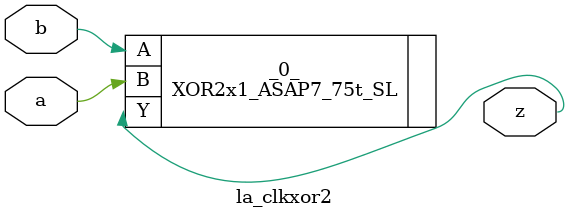
<source format=v>

/* Generated by Yosys 0.44 (git sha1 80ba43d26, g++ 11.4.0-1ubuntu1~22.04 -fPIC -O3) */

(* top =  1  *)
(* src = "inputs/la_clkxor2.v:10.1-20.10" *)
module la_clkxor2 (
    a,
    b,
    z
);
  (* src = "inputs/la_clkxor2.v:13.12-13.13" *)
  input a;
  wire a;
  (* src = "inputs/la_clkxor2.v:14.12-14.13" *)
  input b;
  wire b;
  (* src = "inputs/la_clkxor2.v:15.12-15.13" *)
  output z;
  wire z;
  XOR2x1_ASAP7_75t_SL _0_ (
      .A(b),
      .B(a),
      .Y(z)
  );
endmodule

</source>
